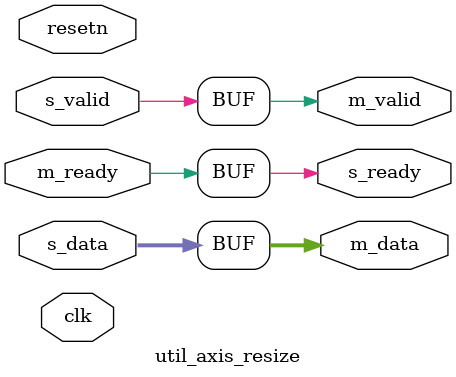
<source format=v>

module util_axis_resize # (

  parameter MASTER_DATA_WIDTH = 64,
  parameter SLAVE_DATA_WIDTH = 64,
  parameter BIG_ENDIAN = 0)(

  input                           clk,
  input                           resetn,

  input                           s_valid,
  output                          s_ready,
  input  [SLAVE_DATA_WIDTH-1:0]   s_data,

  output                          m_valid,
  input                           m_ready,
  output [MASTER_DATA_WIDTH-1:0]  m_data
);

localparam RATIO = (SLAVE_DATA_WIDTH < MASTER_DATA_WIDTH) ?
                            MASTER_DATA_WIDTH / SLAVE_DATA_WIDTH :
                            SLAVE_DATA_WIDTH / MASTER_DATA_WIDTH;

function integer clog2;
  input integer value;
  begin
    value = value-1;
  for (clog2=0; value>0; clog2=clog2+1)
    value = value>>1;
  end
endfunction

generate if (SLAVE_DATA_WIDTH == MASTER_DATA_WIDTH) begin

  assign m_valid = s_valid;
  assign s_ready = m_ready;
  assign m_data = s_data;

end else if (SLAVE_DATA_WIDTH < MASTER_DATA_WIDTH) begin

  reg [MASTER_DATA_WIDTH-1:0] data;
  reg [clog2(RATIO)-1:0] count;
  reg valid;

  always @(posedge clk)
  begin
    if (resetn == 1'b0) begin
      count <= RATIO - 1;
      valid <= 1'b0;
    end else begin
      if (count == 'h00 && s_ready == 1'b1 && s_valid == 1'b1)
        valid <= 1'b1;
      else if (m_ready == 1'b1)
        valid <= 1'b0;

      if (s_ready == 1'b1 && s_valid == 1'b1) begin
        if (count == 'h00)
          count <= RATIO - 1;
        else
          count <= count - 1'b1;
      end
    end
  end

  always @(posedge clk)
  begin
    if (s_ready == 1'b1 && s_valid == 1'b1)
      if (BIG_ENDIAN == 1) begin
        data <= {data[MASTER_DATA_WIDTH-SLAVE_DATA_WIDTH-1:0], s_data};
      end else begin
        data <= {s_data, data[MASTER_DATA_WIDTH-1:SLAVE_DATA_WIDTH]};
      end
  end

  assign s_ready = ~valid || m_ready;
  assign m_valid = valid;
  assign m_data = data;

end else begin

  reg [SLAVE_DATA_WIDTH-1:0] data;
  reg [clog2(RATIO)-1:0] count;
  reg valid;

  always @(posedge clk)
  begin
    if (resetn == 1'b0) begin
      count <= RATIO - 1;
      valid <= 1'b0;
    end else begin
      if (s_valid == 1'b1 && s_ready == 1'b1)
        valid <= 1'b1;
      else if (count == 'h0 && m_ready == 1'b1 && m_valid == 1'b1)
        valid <= 1'b0;

      if (m_ready == 1'b1 && m_valid == 1'b1) begin
        if (count == 'h00)
          count <= RATIO - 1;
        else
          count <= count - 1'b1;
      end
    end
  end

  always @(posedge clk)
  begin
    if (s_ready == 1'b1 && s_valid == 1'b1) begin
      data <= s_data;
    end else if (m_ready == 1'b1 && m_valid == 1'b1) begin
      if (BIG_ENDIAN == 1) begin
        data[SLAVE_DATA_WIDTH-1:MASTER_DATA_WIDTH] <= data[SLAVE_DATA_WIDTH-MASTER_DATA_WIDTH-1:0];
      end else begin
        data[SLAVE_DATA_WIDTH-MASTER_DATA_WIDTH-1:0] <= data[SLAVE_DATA_WIDTH-1:MASTER_DATA_WIDTH];
      end
    end
  end

  assign s_ready = ~valid || (m_ready && count == 'h0);
  assign m_valid = valid;
  assign m_data = BIG_ENDIAN == 1 ?
                  data[SLAVE_DATA_WIDTH-1:SLAVE_DATA_WIDTH-MASTER_DATA_WIDTH] :
                  data[MASTER_DATA_WIDTH-1:0];

end
endgenerate

endmodule

</source>
